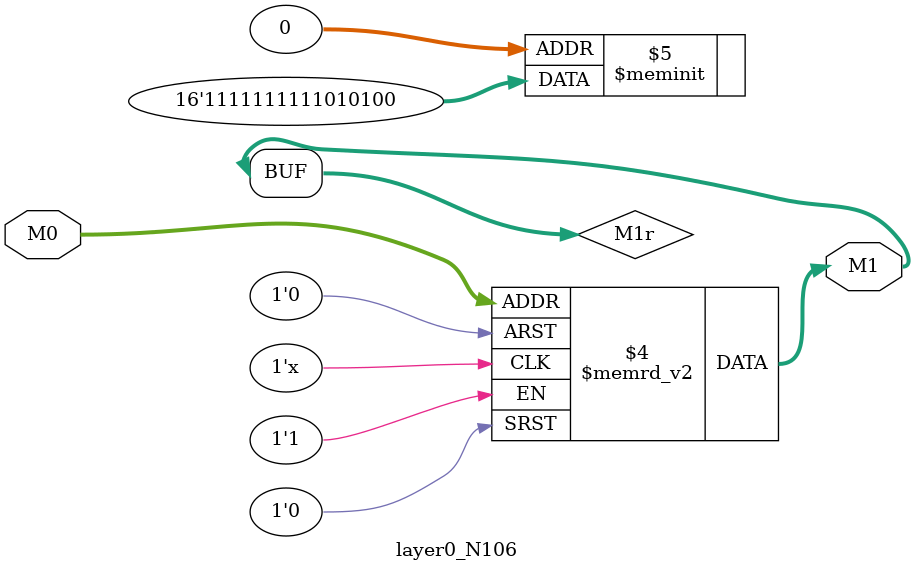
<source format=v>
module layer0_N106 ( input [2:0] M0, output [1:0] M1 );

	(*rom_style = "distributed" *) reg [1:0] M1r;
	assign M1 = M1r;
	always @ (M0) begin
		case (M0)
			3'b000: M1r = 2'b00;
			3'b100: M1r = 2'b11;
			3'b010: M1r = 2'b01;
			3'b110: M1r = 2'b11;
			3'b001: M1r = 2'b01;
			3'b101: M1r = 2'b11;
			3'b011: M1r = 2'b11;
			3'b111: M1r = 2'b11;

		endcase
	end
endmodule

</source>
